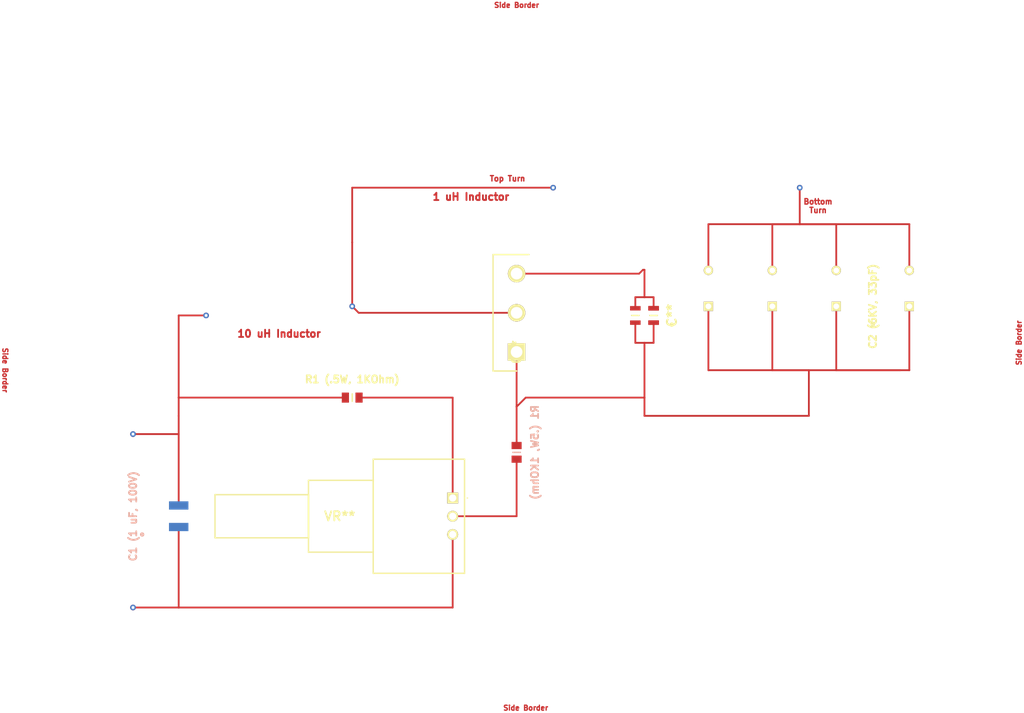
<source format=kicad_pcb>
(kicad_pcb (version 20171130) (host pcbnew 5.1.9+dfsg1-1+deb11u1)

  (general
    (thickness 1.6)
    (drawings 8)
    (tracks 65)
    (zones 0)
    (modules 12)
    (nets 1)
  )

  (page A4)
  (layers
    (0 F.Cu signal)
    (31 B.Cu signal)
    (32 B.Adhes user)
    (33 F.Adhes user)
    (34 B.Paste user)
    (35 F.Paste user)
    (36 B.SilkS user)
    (37 F.SilkS user)
    (38 B.Mask user)
    (39 F.Mask user)
    (40 Dwgs.User user)
    (41 Cmts.User user)
    (42 Eco1.User user)
    (43 Eco2.User user)
    (44 Edge.Cuts user)
    (45 Margin user)
    (46 B.CrtYd user)
    (47 F.CrtYd user)
    (48 B.Fab user)
    (49 F.Fab user)
  )

  (setup
    (last_trace_width 0.25)
    (trace_clearance 0.2)
    (zone_clearance 0.508)
    (zone_45_only no)
    (trace_min 0.2)
    (via_size 0.8)
    (via_drill 0.4)
    (via_min_size 0.4)
    (via_min_drill 0.3)
    (uvia_size 0.3)
    (uvia_drill 0.1)
    (uvias_allowed no)
    (uvia_min_size 0.2)
    (uvia_min_drill 0.1)
    (edge_width 0.05)
    (segment_width 0.2)
    (pcb_text_width 0.3)
    (pcb_text_size 1.5 1.5)
    (mod_edge_width 0.12)
    (mod_text_size 1 1)
    (mod_text_width 0.15)
    (pad_size 1.524 1.524)
    (pad_drill 0.762)
    (pad_to_mask_clearance 0)
    (aux_axis_origin 0 0)
    (visible_elements FFFFFF7F)
    (pcbplotparams
      (layerselection 0x010fc_ffffffff)
      (usegerberextensions true)
      (usegerberattributes true)
      (usegerberadvancedattributes true)
      (creategerberjobfile true)
      (excludeedgelayer true)
      (linewidth 0.100000)
      (plotframeref false)
      (viasonmask false)
      (mode 1)
      (useauxorigin false)
      (hpglpennumber 1)
      (hpglpenspeed 20)
      (hpglpendiameter 15.000000)
      (psnegative false)
      (psa4output false)
      (plotreference true)
      (plotvalue true)
      (plotinvisibletext false)
      (padsonsilk false)
      (subtractmaskfromsilk false)
      (outputformat 1)
      (mirror false)
      (drillshape 0)
      (scaleselection 1)
      (outputdirectory "/home/mrglade/Documents/Toroid Driver/PCB Test Design/Prototype V1/"))
  )

  (net 0 "")

  (net_class Default "This is the default net class."
    (clearance 0.2)
    (trace_width 0.25)
    (via_dia 0.8)
    (via_drill 0.4)
    (uvia_dia 0.3)
    (uvia_drill 0.1)
  )

  (module CC45SL3JD330JYGNAv2 (layer F.Cu) (tedit 6451EAB1) (tstamp 64523C5A)
    (at 177.8 77.47 90)
    (descr CC45SL3JD330JYGNA)
    (tags Capacitor)
    (fp_text reference " " (at 0 -5.08 90) (layer F.SilkS)
      (effects (font (size 1.27 1.27) (thickness 0.254)))
    )
    (fp_text value CC45SL3JD330JYGNA (at 0 6.35 90) (layer F.SilkS) hide
      (effects (font (size 1.27 1.27) (thickness 0.254)))
    )
    (fp_arc (start 2.75 0) (end 2.75 -2.5) (angle 180) (layer Dwgs.User) (width 0.2))
    (fp_arc (start 2.25 0) (end 2.25 2.5) (angle 180) (layer Dwgs.User) (width 0.2))
    (fp_line (start -2.95 3.7) (end -2.95 -3.7) (layer Dwgs.User) (width 0.05))
    (fp_line (start 6.65 3.7) (end -2.95 3.7) (layer Dwgs.User) (width 0.05))
    (fp_line (start 6.65 -3.7) (end 6.65 3.7) (layer Dwgs.User) (width 0.05))
    (fp_line (start -2.95 -3.7) (end 6.65 -3.7) (layer Dwgs.User) (width 0.05))
    (fp_line (start 2.75 2.5) (end 2.25 2.5) (layer Dwgs.User) (width 0.2))
    (fp_line (start 2.25 -2.5) (end 2.75 -2.5) (layer Dwgs.User) (width 0.2))
    (pad 1 thru_hole rect (at 0 0 180) (size 1.3 1.3) (drill 0.8) (layers *.Cu *.Mask F.SilkS))
    (pad 2 thru_hole circle (at 5 0 180) (size 1.3 1.3) (drill 0.8) (layers *.Cu *.Mask F.SilkS))
  )

  (module CC45SL3JD330JYGNAv2 (layer F.Cu) (tedit 6451EA9A) (tstamp 64523C0E)
    (at 168.91 77.47 90)
    (descr CC45SL3JD330JYGNA)
    (tags Capacitor)
    (fp_text reference " " (at 0 -5.08 90) (layer F.SilkS)
      (effects (font (size 1.27 1.27) (thickness 0.254)))
    )
    (fp_text value CC45SL3JD330JYGNA (at 0 6.35 90) (layer F.SilkS) hide
      (effects (font (size 1.27 1.27) (thickness 0.254)))
    )
    (fp_arc (start 2.75 0) (end 2.75 -2.5) (angle 180) (layer Dwgs.User) (width 0.2))
    (fp_arc (start 2.25 0) (end 2.25 2.5) (angle 180) (layer Dwgs.User) (width 0.2))
    (fp_line (start -2.95 3.7) (end -2.95 -3.7) (layer Dwgs.User) (width 0.05))
    (fp_line (start 6.65 3.7) (end -2.95 3.7) (layer Dwgs.User) (width 0.05))
    (fp_line (start 6.65 -3.7) (end 6.65 3.7) (layer Dwgs.User) (width 0.05))
    (fp_line (start -2.95 -3.7) (end 6.65 -3.7) (layer Dwgs.User) (width 0.05))
    (fp_line (start 2.75 2.5) (end 2.25 2.5) (layer Dwgs.User) (width 0.2))
    (fp_line (start 2.25 -2.5) (end 2.75 -2.5) (layer Dwgs.User) (width 0.2))
    (pad 1 thru_hole rect (at 0 0 180) (size 1.3 1.3) (drill 0.8) (layers *.Cu *.Mask F.SilkS))
    (pad 2 thru_hole circle (at 5 0 180) (size 1.3 1.3) (drill 0.8) (layers *.Cu *.Mask F.SilkS))
  )

  (module CC45SL3JD330JYGNAv2 (layer F.Cu) (tedit 6451E683) (tstamp 64523BA5)
    (at 160.02 77.47 90)
    (descr CC45SL3JD330JYGNA)
    (tags Capacitor)
    (fp_text reference " " (at 0 -5.08 90) (layer F.SilkS)
      (effects (font (size 1.27 1.27) (thickness 0.254)))
    )
    (fp_text value CC45SL3JD330JYGNA (at 0 6.35 90) (layer F.SilkS) hide
      (effects (font (size 1.27 1.27) (thickness 0.254)))
    )
    (fp_arc (start 2.75 0) (end 2.75 -2.5) (angle 180) (layer Dwgs.User) (width 0.2))
    (fp_arc (start 2.25 0) (end 2.25 2.5) (angle 180) (layer Dwgs.User) (width 0.2))
    (fp_circle (center -2.54 -5.08) (end -2.59 -5.08) (layer F.SilkS) (width 0.254))
    (fp_line (start -2.95 3.7) (end -2.95 -3.7) (layer Dwgs.User) (width 0.05))
    (fp_line (start 6.65 3.7) (end -2.95 3.7) (layer Dwgs.User) (width 0.05))
    (fp_line (start 6.65 -3.7) (end 6.65 3.7) (layer Dwgs.User) (width 0.05))
    (fp_line (start -2.95 -3.7) (end 6.65 -3.7) (layer Dwgs.User) (width 0.05))
    (fp_line (start 2.75 2.5) (end 2.25 2.5) (layer Dwgs.User) (width 0.2))
    (fp_line (start 2.25 -2.5) (end 2.75 -2.5) (layer Dwgs.User) (width 0.2))
    (pad 1 thru_hole rect (at 0 0 180) (size 1.3 1.3) (drill 0.8) (layers *.Cu *.Mask F.SilkS))
    (pad 2 thru_hole circle (at 5 0 180) (size 1.3 1.3) (drill 0.8) (layers *.Cu *.Mask F.SilkS))
  )

  (module CC45SL3JD330JYGNAv2 (layer F.Cu) (tedit 6451E683) (tstamp 64523B73)
    (at 187.96 77.47 90)
    (descr CC45SL3JD330JYGNA)
    (tags Capacitor)
    (fp_text reference "C2 (6KV, 33pF)" (at 0 -5.08 90) (layer F.SilkS)
      (effects (font (size 1 1) (thickness 0.25)))
    )
    (fp_text value CC45SL3JD330JYGNA (at 0 6.35 90) (layer F.SilkS) hide
      (effects (font (size 1.27 1.27) (thickness 0.254)))
    )
    (fp_arc (start 2.75 0) (end 2.75 -2.5) (angle 180) (layer Dwgs.User) (width 0.2))
    (fp_arc (start 2.25 0) (end 2.25 2.5) (angle 180) (layer Dwgs.User) (width 0.2))
    (fp_circle (center -2.54 -5.08) (end -2.59 -5.08) (layer F.SilkS) (width 0.254))
    (fp_line (start -2.95 3.7) (end -2.95 -3.7) (layer Dwgs.User) (width 0.05))
    (fp_line (start 6.65 3.7) (end -2.95 3.7) (layer Dwgs.User) (width 0.05))
    (fp_line (start 6.65 -3.7) (end 6.65 3.7) (layer Dwgs.User) (width 0.05))
    (fp_line (start -2.95 -3.7) (end 6.65 -3.7) (layer Dwgs.User) (width 0.05))
    (fp_line (start 2.75 2.5) (end 2.25 2.5) (layer Dwgs.User) (width 0.2))
    (fp_line (start 2.25 -2.5) (end 2.75 -2.5) (layer Dwgs.User) (width 0.2))
    (pad 1 thru_hole rect (at 0 0 180) (size 1.3 1.3) (drill 0.8) (layers *.Cu *.Mask F.SilkS))
    (pad 2 thru_hole circle (at 5 0 180) (size 1.3 1.3) (drill 0.8) (layers *.Cu *.Mask F.SilkS))
  )

  (module CAPC2012X145Nv2 (layer F.Cu) (tedit 6451E5DE) (tstamp 6452398C)
    (at 149.86 78.74 270)
    (descr "C2012 [EIA CC0805]")
    (tags Capacitor)
    (attr smd)
    (fp_text reference " " (at 0 -2.54 90) (layer F.SilkS)
      (effects (font (size 1.27 1.27) (thickness 0.254)))
    )
    (fp_text value CAPC2012X145N (at 0 2.54 90) (layer F.SilkS) hide
      (effects (font (size 1.27 1.27) (thickness 0.254)))
    )
    (fp_line (start 0 -0.525) (end 0 0.525) (layer F.SilkS) (width 0.2))
    (fp_line (start -1 0.625) (end -1 -0.625) (layer Dwgs.User) (width 0.1))
    (fp_line (start 1 0.625) (end -1 0.625) (layer Dwgs.User) (width 0.1))
    (fp_line (start 1 -0.625) (end 1 0.625) (layer Dwgs.User) (width 0.1))
    (fp_line (start -1 -0.625) (end 1 -0.625) (layer Dwgs.User) (width 0.1))
    (fp_line (start -1.46 0.89) (end -1.46 -0.89) (layer Dwgs.User) (width 0.05))
    (fp_line (start 1.46 0.89) (end -1.46 0.89) (layer Dwgs.User) (width 0.05))
    (fp_line (start 1.46 -0.89) (end 1.46 0.89) (layer Dwgs.User) (width 0.05))
    (fp_line (start -1.46 -0.89) (end 1.46 -0.89) (layer Dwgs.User) (width 0.05))
    (pad 1 smd rect (at -1 0 270) (size 0.62 1.47) (layers F.Cu F.Paste F.Mask))
    (pad 2 smd rect (at 1 0 270) (size 0.62 1.47) (layers F.Cu F.Paste F.Mask))
  )

  (module CAPC2012X145Nv2 (layer F.Cu) (tedit 6451E5DE) (tstamp 6452394B)
    (at 152.4 78.74 270)
    (descr "C2012 [EIA CC0805]")
    (tags Capacitor)
    (attr smd)
    (fp_text reference C** (at 0 -2.54 90) (layer F.SilkS)
      (effects (font (size 1.27 1.27) (thickness 0.254)))
    )
    (fp_text value CAPC2012X145N (at 0 2.54 90) (layer F.SilkS) hide
      (effects (font (size 1.27 1.27) (thickness 0.254)))
    )
    (fp_line (start 0 -0.525) (end 0 0.525) (layer F.SilkS) (width 0.2))
    (fp_line (start -1 0.625) (end -1 -0.625) (layer Dwgs.User) (width 0.1))
    (fp_line (start 1 0.625) (end -1 0.625) (layer Dwgs.User) (width 0.1))
    (fp_line (start 1 -0.625) (end 1 0.625) (layer Dwgs.User) (width 0.1))
    (fp_line (start -1 -0.625) (end 1 -0.625) (layer Dwgs.User) (width 0.1))
    (fp_line (start -1.46 0.89) (end -1.46 -0.89) (layer Dwgs.User) (width 0.05))
    (fp_line (start 1.46 0.89) (end -1.46 0.89) (layer Dwgs.User) (width 0.05))
    (fp_line (start 1.46 -0.89) (end 1.46 0.89) (layer Dwgs.User) (width 0.05))
    (fp_line (start -1.46 -0.89) (end 1.46 -0.89) (layer Dwgs.User) (width 0.05))
    (pad 1 smd rect (at -1 0 270) (size 0.62 1.47) (layers F.Cu F.Paste F.Mask))
    (pad 2 smd rect (at 1 0 270) (size 0.62 1.47) (layers F.Cu F.Paste F.Mask))
  )

  (module CAPC2012X145Nv2 (layer F.Cu) (tedit 6451E5DE) (tstamp 6452393C)
    (at 152.4 78.74 270)
    (descr "C2012 [EIA CC0805]")
    (tags Capacitor)
    (attr smd)
    (fp_text reference C** (at 0 -2.54 90) (layer F.SilkS)
      (effects (font (size 1.27 1.27) (thickness 0.254)))
    )
    (fp_text value CAPC2012X145N (at 0 2.54 90) (layer F.SilkS) hide
      (effects (font (size 1.27 1.27) (thickness 0.254)))
    )
    (fp_line (start 0 -0.525) (end 0 0.525) (layer F.SilkS) (width 0.2))
    (fp_line (start -1 0.625) (end -1 -0.625) (layer Dwgs.User) (width 0.1))
    (fp_line (start 1 0.625) (end -1 0.625) (layer Dwgs.User) (width 0.1))
    (fp_line (start 1 -0.625) (end 1 0.625) (layer Dwgs.User) (width 0.1))
    (fp_line (start -1 -0.625) (end 1 -0.625) (layer Dwgs.User) (width 0.1))
    (fp_line (start -1.46 0.89) (end -1.46 -0.89) (layer Dwgs.User) (width 0.05))
    (fp_line (start 1.46 0.89) (end -1.46 0.89) (layer Dwgs.User) (width 0.05))
    (fp_line (start 1.46 -0.89) (end 1.46 0.89) (layer Dwgs.User) (width 0.05))
    (fp_line (start -1.46 -0.89) (end 1.46 -0.89) (layer Dwgs.User) (width 0.05))
    (pad 1 smd rect (at -1 0 270) (size 0.62 1.47) (layers F.Cu F.Paste F.Mask))
    (pad 2 smd rect (at 1 0 270) (size 0.62 1.47) (layers F.Cu F.Paste F.Mask))
  )

  (module RESC2012X60Nv2 (layer B.Cu) (tedit 6451E6AA) (tstamp 6452384B)
    (at 133.35 97.79 90)
    (descr CHP0805A)
    (tags Resistor)
    (attr smd)
    (fp_text reference "R1 (.5W, 1KOhm)" (at 0 2.54 90) (layer B.SilkS)
      (effects (font (size 1 1) (thickness 0.25)) (justify mirror))
    )
    (fp_text value RESC2012X60N (at 0 -3.81 90) (layer B.SilkS) hide
      (effects (font (size 1.27 1.27) (thickness 0.254)) (justify mirror))
    )
    (fp_line (start 0 0.525) (end 0 -0.525) (layer B.SilkS) (width 0.2))
    (fp_line (start -1 -0.625) (end -1 0.625) (layer Dwgs.User) (width 0.1))
    (fp_line (start 1 -0.625) (end -1 -0.625) (layer Dwgs.User) (width 0.1))
    (fp_line (start 1 0.625) (end 1 -0.625) (layer Dwgs.User) (width 0.1))
    (fp_line (start -1 0.625) (end 1 0.625) (layer Dwgs.User) (width 0.1))
    (fp_line (start -1.7 -0.95) (end -1.7 0.95) (layer Dwgs.User) (width 0.05))
    (fp_line (start 1.7 -0.95) (end -1.7 -0.95) (layer Dwgs.User) (width 0.05))
    (fp_line (start 1.7 0.95) (end 1.7 -0.95) (layer Dwgs.User) (width 0.05))
    (fp_line (start -1.7 0.95) (end 1.7 0.95) (layer Dwgs.User) (width 0.05))
    (pad 1 smd rect (at -0.95 0 270) (size 1 1.4) (layers F.Cu F.Paste F.Mask))
    (pad 2 smd rect (at 0.95 0 270) (size 1 1.4) (layers F.Cu F.Paste F.Mask))
  )

  (module C1210v2 (layer B.Cu) (tedit 6451E553) (tstamp 6452374A)
    (at 86.36 106.68 90)
    (descr C1210)
    (tags Capacitor)
    (attr smd)
    (fp_text reference "C1 (1 uF, 100V)" (at 0 -6.35 90 unlocked) (layer B.SilkS)
      (effects (font (size 1 1) (thickness 0.25)))
    )
    (fp_text value C1210 (at 0 -3.81 90) (layer B.SilkS) hide
      (effects (font (size 1.27 1.27) (thickness 0.254)) (justify mirror))
    )
    (fp_circle (center -2.54 -5.08) (end -2.59 -5.08) (layer B.SilkS) (width 0.254))
    (fp_line (start -2.875 -2.25) (end -2.875 2.25) (layer Dwgs.User) (width 0.05))
    (fp_line (start 2.875 -2.25) (end -2.875 -2.25) (layer Dwgs.User) (width 0.05))
    (fp_line (start 2.875 2.25) (end 2.875 -2.25) (layer Dwgs.User) (width 0.05))
    (fp_line (start -2.875 2.25) (end 2.875 2.25) (layer Dwgs.User) (width 0.05))
    (fp_line (start -1.65 -1.25) (end -1.65 1.25) (layer Dwgs.User) (width 0.2))
    (fp_line (start 1.65 -1.25) (end -1.65 -1.25) (layer Dwgs.User) (width 0.2))
    (fp_line (start 1.65 1.25) (end 1.65 -1.25) (layer Dwgs.User) (width 0.2))
    (fp_line (start -1.65 1.25) (end 1.65 1.25) (layer Dwgs.User) (width 0.2))
    (pad 1 smd rect (at -1.5 0 90) (size 1.15 2.7) (layers B.Cu B.Paste B.Mask))
    (pad 2 smd rect (at 1.5 0 90) (size 1.15 2.7) (layers B.Cu B.Paste B.Mask))
  )

  (module RESC2012X60Nv2 (layer F.Cu) (tedit 6451E6AA) (tstamp 64523675)
    (at 110.49 90.17)
    (descr CHP0805A)
    (tags Resistor)
    (attr smd)
    (fp_text reference "R1 (.5W, 1KOhm)" (at 0 -2.54) (layer F.SilkS)
      (effects (font (size 1 1) (thickness 0.25)))
    )
    (fp_text value RESC2012X60N (at 0 3.81) (layer F.SilkS) hide
      (effects (font (size 1.27 1.27) (thickness 0.254)))
    )
    (fp_line (start 0 -0.525) (end 0 0.525) (layer F.SilkS) (width 0.2))
    (fp_line (start -1 0.625) (end -1 -0.625) (layer Dwgs.User) (width 0.1))
    (fp_line (start 1 0.625) (end -1 0.625) (layer Dwgs.User) (width 0.1))
    (fp_line (start 1 -0.625) (end 1 0.625) (layer Dwgs.User) (width 0.1))
    (fp_line (start -1 -0.625) (end 1 -0.625) (layer Dwgs.User) (width 0.1))
    (fp_line (start -1.7 0.95) (end -1.7 -0.95) (layer Dwgs.User) (width 0.05))
    (fp_line (start 1.7 0.95) (end -1.7 0.95) (layer Dwgs.User) (width 0.05))
    (fp_line (start 1.7 -0.95) (end 1.7 0.95) (layer Dwgs.User) (width 0.05))
    (fp_line (start -1.7 -0.95) (end 1.7 -0.95) (layer Dwgs.User) (width 0.05))
    (pad 1 smd rect (at -0.95 0) (size 1 1.4) (layers F.Cu F.Paste F.Mask))
    (pad 2 smd rect (at 0.95 0) (size 1 1.4) (layers F.Cu F.Paste F.Mask))
  )

  (module 91R1A-R22-B15L:91R1AR22B15L (layer F.Cu) (tedit 6451D94C) (tstamp 6452284F)
    (at 124.46 104.14 180)
    (descr 91R1A-R22-B15L-6)
    (tags "Variable Resistor")
    (fp_text reference VR** (at 15.7 -2.54) (layer F.SilkS)
      (effects (font (size 1.27 1.27) (thickness 0.254)))
    )
    (fp_text value 91R1AR22B15L (at 15.7 -2.54) (layer F.SilkS) hide
      (effects (font (size 1.27 1.27) (thickness 0.254)))
    )
    (fp_line (start -1.65 5.4) (end 11.05 5.4) (layer Dwgs.User) (width 0.1))
    (fp_line (start 11.05 5.4) (end 11.05 -10.48) (layer Dwgs.User) (width 0.1))
    (fp_line (start 11.05 -10.48) (end -1.65 -10.48) (layer Dwgs.User) (width 0.1))
    (fp_line (start -1.65 -10.48) (end -1.65 5.4) (layer Dwgs.User) (width 0.1))
    (fp_line (start 11.05 -7.54) (end 20.05 -7.54) (layer Dwgs.User) (width 0.1))
    (fp_line (start 20.05 -7.54) (end 20.05 2.46) (layer Dwgs.User) (width 0.1))
    (fp_line (start 20.05 2.46) (end 11.05 2.46) (layer Dwgs.User) (width 0.1))
    (fp_line (start 11.05 2.46) (end 11.05 -7.54) (layer Dwgs.User) (width 0.1))
    (fp_line (start 20.05 -5.54) (end 33.05 -5.54) (layer Dwgs.User) (width 0.1))
    (fp_line (start 33.05 -5.54) (end 33.05 0.46) (layer Dwgs.User) (width 0.1))
    (fp_line (start 33.05 0.46) (end 20.05 0.46) (layer Dwgs.User) (width 0.1))
    (fp_line (start 20.05 0.46) (end 20.05 -5.54) (layer Dwgs.User) (width 0.1))
    (fp_line (start -1.65 -10.48) (end 11.05 -10.48) (layer F.SilkS) (width 0.2))
    (fp_line (start 11.05 -10.48) (end 11.05 5.4) (layer F.SilkS) (width 0.2))
    (fp_line (start 11.05 5.4) (end -1.65 5.4) (layer F.SilkS) (width 0.2))
    (fp_line (start -1.65 5.4) (end -1.65 -10.48) (layer F.SilkS) (width 0.2))
    (fp_line (start 11.05 -7.54) (end 20.05 -7.54) (layer F.SilkS) (width 0.2))
    (fp_line (start 20.05 -7.54) (end 20.05 2.46) (layer F.SilkS) (width 0.2))
    (fp_line (start 20.05 2.46) (end 11.05 2.46) (layer F.SilkS) (width 0.2))
    (fp_line (start 11.05 2.46) (end 11.05 -7.54) (layer F.SilkS) (width 0.2))
    (fp_line (start 20.05 -5.54) (end 33.05 -5.54) (layer F.SilkS) (width 0.2))
    (fp_line (start 33.05 -5.54) (end 33.05 0.46) (layer F.SilkS) (width 0.2))
    (fp_line (start 33.05 0.46) (end 20.05 0.46) (layer F.SilkS) (width 0.2))
    (fp_line (start 20.05 0.46) (end 20.05 -5.54) (layer F.SilkS) (width 0.2))
    (fp_line (start -2.65 -11.48) (end 34.05 -11.48) (layer Dwgs.User) (width 0.1))
    (fp_line (start 34.05 -11.48) (end 34.05 6.4) (layer Dwgs.User) (width 0.1))
    (fp_line (start 34.05 6.4) (end -2.65 6.4) (layer Dwgs.User) (width 0.1))
    (fp_line (start -2.65 6.4) (end -2.65 -11.48) (layer Dwgs.User) (width 0.1))
    (fp_line (start -2.1 0) (end -2.1 0) (layer F.SilkS) (width 0.1))
    (fp_line (start -2 0) (end -2 0) (layer F.SilkS) (width 0.1))
    (fp_arc (start -2.05 0) (end -2.1 0) (angle -180) (layer F.SilkS) (width 0.1))
    (fp_arc (start -2.05 0) (end -2 0) (angle -180) (layer F.SilkS) (width 0.1))
    (pad R11 thru_hole rect (at 0 0 270) (size 1.515 1.515) (drill 1.01) (layers *.Cu *.Mask F.SilkS))
    (pad R12 thru_hole circle (at 0 -2.54 270) (size 1.515 1.515) (drill 1.01) (layers *.Cu *.Mask F.SilkS))
    (pad R13 thru_hole circle (at 0 -5.08 270) (size 1.515 1.515) (drill 1.01) (layers *.Cu *.Mask F.SilkS))
  )

  (module FDA18N50:TO545P500X1580X2420-3P (layer F.Cu) (tedit 6451BA5D) (tstamp 64521BF5)
    (at 133.35 83.82 90)
    (descr TO-3PN_2)
    (tags "MOSFET (N-Channel)")
    (fp_text reference Q** (at 0 0 90) (layer F.SilkS)
      (effects (font (size 1.27 1.27) (thickness 0.254)))
    )
    (fp_text value TO545P500X1580X2420-3P (at 0 0 90) (layer F.SilkS) hide
      (effects (font (size 1.27 1.27) (thickness 0.254)))
    )
    (fp_line (start -2.65 -3.275) (end -2.65 0) (layer F.SilkS) (width 0.2))
    (fp_line (start 13.55 -3.275) (end -2.65 -3.275) (layer F.SilkS) (width 0.2))
    (fp_line (start 13.55 1.725) (end 13.55 -3.275) (layer F.SilkS) (width 0.2))
    (fp_line (start -2.65 -0.55) (end 0.075 -3.275) (layer Dwgs.User) (width 0.1))
    (fp_line (start -2.65 1.725) (end -2.65 -3.275) (layer Dwgs.User) (width 0.1))
    (fp_line (start 13.55 1.725) (end -2.65 1.725) (layer Dwgs.User) (width 0.1))
    (fp_line (start 13.55 -3.275) (end 13.55 1.725) (layer Dwgs.User) (width 0.1))
    (fp_line (start -2.65 -3.275) (end 13.55 -3.275) (layer Dwgs.User) (width 0.1))
    (fp_line (start -2.9 1.975) (end -2.9 -3.525) (layer Dwgs.User) (width 0.05))
    (fp_line (start 13.8 1.975) (end -2.9 1.975) (layer Dwgs.User) (width 0.05))
    (fp_line (start 13.8 -3.525) (end 13.8 1.975) (layer Dwgs.User) (width 0.05))
    (fp_line (start -2.9 -3.525) (end 13.8 -3.525) (layer Dwgs.User) (width 0.05))
    (pad 3 thru_hole circle (at 10.9 0 180) (size 2.43 2.43) (drill 1.62) (layers *.Cu *.Mask F.SilkS))
    (pad 2 thru_hole circle (at 5.45 0 180) (size 2.43 2.43) (drill 1.62) (layers *.Cu *.Mask F.SilkS))
    (pad 1 thru_hole rect (at 0 0 180) (size 2.43 2.43) (drill 1.62) (layers *.Cu *.Mask F.SilkS))
  )

  (gr_text "Side Border" (at 134.62 133.35) (layer F.Cu)
    (effects (font (size 0.7 0.7) (thickness 0.175)))
  )
  (gr_text "Side Border" (at 133.35 35.56) (layer F.Cu)
    (effects (font (size 0.7 0.7) (thickness 0.175)))
  )
  (gr_text "Side Border" (at 203.2 82.55 90) (layer F.Cu)
    (effects (font (size 0.7 0.7) (thickness 0.175)))
  )
  (gr_text "Side Border" (at 62.23 86.36 270) (layer F.Cu)
    (effects (font (size 0.7 0.7) (thickness 0.175)))
  )
  (gr_text "Bottom\nTurn" (at 175.26 63.5) (layer F.Cu)
    (effects (font (size 0.75 0.75) (thickness 0.1875)))
  )
  (gr_text "Top Turn" (at 132.08 59.69) (layer F.Cu)
    (effects (font (size 0.75 0.75) (thickness 0.1875)))
  )
  (gr_text "1 uH Inductor" (at 127 62.23) (layer F.Cu)
    (effects (font (size 1 1) (thickness 0.25)))
  )
  (gr_text "10 uH Inductor" (at 100.33 81.28) (layer F.Cu)
    (effects (font (size 1 1) (thickness 0.25)))
  )

  (via (at 80.01 95.25) (size 0.8) (drill 0.4) (layers F.Cu B.Cu) (net 0))
  (via (at 80.01 119.38) (size 0.8) (drill 0.4) (layers F.Cu B.Cu) (net 0))
  (segment (start 80.01 95.25) (end 86.36 95.25) (width 0.25) (layer F.Cu) (net 0))
  (segment (start 86.36 95.25) (end 86.36 105.18) (width 0.25) (layer F.Cu) (net 0))
  (segment (start 86.36 108.18) (end 86.36 119.38) (width 0.25) (layer F.Cu) (net 0))
  (segment (start 86.36 119.38) (end 80.01 119.38) (width 0.25) (layer F.Cu) (net 0))
  (segment (start 86.36 90.17) (end 86.36 92.71) (width 0.25) (layer F.Cu) (net 0))
  (segment (start 86.36 95.25) (end 86.36 92.71) (width 0.25) (layer F.Cu) (net 0))
  (segment (start 109.54 90.17) (end 86.36 90.17) (width 0.25) (layer F.Cu) (net 0))
  (segment (start 111.44 90.17) (end 124.46 90.17) (width 0.25) (layer F.Cu) (net 0))
  (segment (start 124.46 90.17) (end 124.46 104.14) (width 0.25) (layer F.Cu) (net 0))
  (segment (start 86.36 90.17) (end 86.36 78.74) (width 0.25) (layer F.Cu) (net 0))
  (segment (start 86.36 119.38) (end 124.46 119.38) (width 0.25) (layer F.Cu) (net 0))
  (segment (start 124.46 119.38) (end 124.46 109.22) (width 0.25) (layer F.Cu) (net 0))
  (segment (start 86.36 78.74) (end 90.17 78.74) (width 0.25) (layer F.Cu) (net 0))
  (via (at 110.49 77.47) (size 0.8) (drill 0.4) (layers F.Cu B.Cu) (net 0))
  (segment (start 111.39 78.37) (end 110.49 77.47) (width 0.25) (layer F.Cu) (net 0))
  (segment (start 133.35 78.37) (end 111.39 78.37) (width 0.25) (layer F.Cu) (net 0))
  (segment (start 110.49 77.47) (end 110.49 68.58) (width 0.25) (layer F.Cu) (net 0))
  (segment (start 110.49 68.58) (end 110.49 68.58) (width 0.25) (layer F.Cu) (net 0) (tstamp 64522E4F))
  (segment (start 90.17 78.74) (end 90.17 78.74) (width 0.25) (layer F.Cu) (net 0) (tstamp 64522E51))
  (via (at 90.17 78.74) (size 0.8) (drill 0.4) (layers F.Cu B.Cu) (net 0))
  (segment (start 124.46 106.68) (end 133.35 106.68) (width 0.25) (layer F.Cu) (net 0))
  (segment (start 133.35 106.68) (end 133.35 98.74) (width 0.25) (layer F.Cu) (net 0))
  (segment (start 133.35 72.92) (end 150.39 72.92) (width 0.25) (layer F.Cu) (net 0))
  (segment (start 149.86 77.47) (end 149.86 76.2) (width 0.25) (layer F.Cu) (net 0))
  (segment (start 152.4 76.2) (end 152.4 77.47) (width 0.25) (layer F.Cu) (net 0))
  (segment (start 151.13 76.2) (end 151.13 72.39) (width 0.25) (layer F.Cu) (net 0))
  (segment (start 149.86 76.2) (end 151.13 76.2) (width 0.25) (layer F.Cu) (net 0))
  (segment (start 151.13 76.2) (end 152.4 76.2) (width 0.25) (layer F.Cu) (net 0))
  (segment (start 150.92 72.39) (end 150.39 72.92) (width 0.25) (layer F.Cu) (net 0))
  (segment (start 151.13 72.39) (end 150.92 72.39) (width 0.25) (layer F.Cu) (net 0))
  (segment (start 149.86 82.55) (end 151.13 82.55) (width 0.25) (layer F.Cu) (net 0))
  (segment (start 151.13 82.55) (end 152.4 82.55) (width 0.25) (layer F.Cu) (net 0))
  (segment (start 151.13 90.17) (end 134.62 90.17) (width 0.25) (layer F.Cu) (net 0))
  (segment (start 151.13 82.55) (end 151.13 90.17) (width 0.25) (layer F.Cu) (net 0))
  (segment (start 133.35 91.44) (end 133.35 83.82) (width 0.25) (layer F.Cu) (net 0))
  (segment (start 134.62 90.17) (end 133.35 91.44) (width 0.25) (layer F.Cu) (net 0))
  (segment (start 133.35 96.84) (end 133.35 91.44) (width 0.25) (layer F.Cu) (net 0))
  (segment (start 110.49 68.58) (end 110.49 60.96) (width 0.25) (layer F.Cu) (net 0))
  (segment (start 110.49 60.96) (end 138.43 60.96) (width 0.25) (layer F.Cu) (net 0))
  (segment (start 177.8 66.04) (end 172.72 66.04) (width 0.25) (layer F.Cu) (net 0))
  (segment (start 172.72 66.04) (end 172.72 60.96) (width 0.25) (layer F.Cu) (net 0))
  (segment (start 172.72 66.04) (end 168.91 66.04) (width 0.25) (layer F.Cu) (net 0))
  (segment (start 172.72 60.96) (end 172.72 60.96) (width 0.25) (layer F.Cu) (net 0) (tstamp 6452305E))
  (via (at 172.72 60.96) (size 0.8) (drill 0.4) (layers F.Cu B.Cu) (net 0))
  (segment (start 138.43 60.96) (end 138.43 60.96) (width 0.25) (layer F.Cu) (net 0) (tstamp 64523060))
  (via (at 138.43 60.96) (size 0.8) (drill 0.4) (layers F.Cu B.Cu) (net 0))
  (segment (start 186.69 86.36) (end 160.02 86.36) (width 0.25) (layer F.Cu) (net 0))
  (segment (start 187.96 66.04) (end 187.96 72.47) (width 0.25) (layer F.Cu) (net 0))
  (segment (start 160.02 66.04) (end 187.96 66.04) (width 0.25) (layer F.Cu) (net 0))
  (segment (start 177.8 66.04) (end 177.8 72.47) (width 0.25) (layer F.Cu) (net 0))
  (segment (start 168.91 66.04) (end 168.91 72.47) (width 0.25) (layer F.Cu) (net 0))
  (segment (start 160.02 66.04) (end 160.02 72.47) (width 0.25) (layer F.Cu) (net 0))
  (segment (start 160.02 77.47) (end 160.02 86.36) (width 0.25) (layer F.Cu) (net 0))
  (segment (start 151.13 92.71) (end 151.13 90.17) (width 0.25) (layer F.Cu) (net 0))
  (segment (start 173.99 92.71) (end 151.13 92.71) (width 0.25) (layer F.Cu) (net 0))
  (segment (start 173.99 86.36) (end 173.99 92.71) (width 0.25) (layer F.Cu) (net 0))
  (segment (start 168.91 86.36) (end 173.99 86.36) (width 0.25) (layer F.Cu) (net 0))
  (segment (start 168.91 77.47) (end 168.91 86.36) (width 0.25) (layer F.Cu) (net 0))
  (segment (start 177.8 77.47) (end 177.8 86.36) (width 0.25) (layer F.Cu) (net 0))
  (segment (start 177.8 86.36) (end 187.96 86.36) (width 0.25) (layer F.Cu) (net 0))
  (segment (start 187.96 86.36) (end 187.96 77.47) (width 0.25) (layer F.Cu) (net 0))
  (segment (start 152.4 79.74) (end 152.4 82.55) (width 0.25) (layer F.Cu) (net 0))
  (segment (start 149.86 79.74) (end 149.86 82.55) (width 0.25) (layer F.Cu) (net 0))

  (zone (net 0) (net_name "") (layer F.Cu) (tstamp 0) (hatch edge 0.508)
    (connect_pads (clearance 0.508))
    (min_thickness 0.254)
    (keepout (tracks not_allowed) (vias not_allowed) (copperpour allowed))
    (fill (arc_segments 32) (thermal_gap 0.508) (thermal_bridge_width 0.508))
    (polygon
      (pts
        (xy 90.17 110.49) (xy 88.9 110.49) (xy 88.9 101.6) (xy 90.17 101.6)
      )
    )
  )
  (zone (net 0) (net_name "") (layer F.Cu) (tstamp 0) (hatch edge 0.508)
    (connect_pads (clearance 0.508))
    (min_thickness 0.254)
    (keepout (tracks not_allowed) (vias not_allowed) (copperpour allowed))
    (fill (arc_segments 32) (thermal_gap 0.508) (thermal_bridge_width 0.508))
    (polygon
      (pts
        (xy 154.94 81.28) (xy 153.67 81.28) (xy 153.67 69.85) (xy 154.94 69.85)
      )
    )
  )
)

</source>
